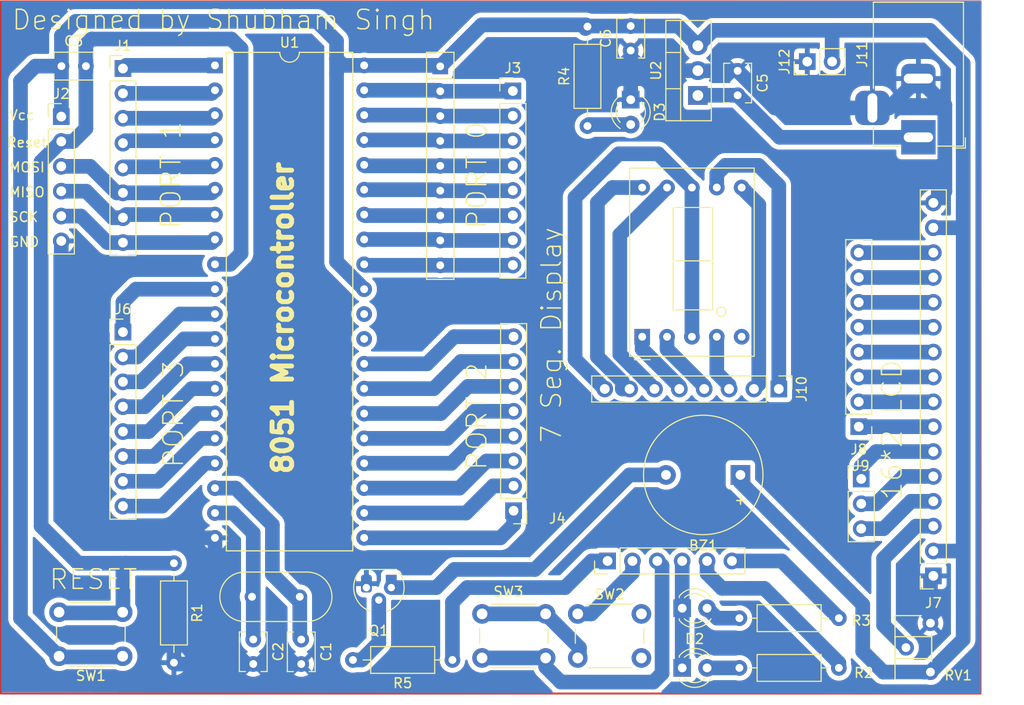
<source format=kicad_pcb>
(kicad_pcb (version 20221018) (generator pcbnew)
  (layers (0 "F.Cu" signal) (31 "B.Cu" signal) (34 "B.Paste" user) (35 "F.Paste" user) (36 "B.SilkS" user "B.Silkscreen") (37 "F.SilkS" user "F.Silkscreen") (38 "B.Mask" user) (39 "F.Mask" user) (44 "Edge.Cuts" user))
  (net 0 "")
  (net 1 "Net-(U1-X2)")
  (net 2 "GND")
  (net 3 "Net-(U1-X1)")
  (net 4 "+5V")
  (net 5 "Net-(J2-Pin_2)")
  (net 6 "Net-(J1-Pin_1)")
  (net 7 "Net-(J1-Pin_2)")
  (net 8 "Net-(J1-Pin_3)")
  (net 9 "Net-(J1-Pin_4)")
  (net 10 "Net-(J1-Pin_5)")
  (net 11 "Net-(J1-Pin_6)")
  (net 12 "Net-(J1-Pin_7)")
  (net 13 "Net-(J1-Pin_8)")
  (net 14 "Net-(J3-Pin_1)")
  (net 15 "Net-(J3-Pin_2)")
  (net 16 "Net-(J3-Pin_3)")
  (net 17 "Net-(J3-Pin_4)")
  (net 18 "Net-(J3-Pin_5)")
  (net 19 "Net-(J3-Pin_6)")
  (net 20 "Net-(J3-Pin_7)")
  (net 21 "Net-(J3-Pin_8)")
  (net 22 "Net-(J4-Pin_1)")
  (net 23 "Net-(J4-Pin_2)")
  (net 24 "Net-(J4-Pin_3)")
  (net 25 "Net-(J4-Pin_4)")
  (net 26 "Net-(J4-Pin_5)")
  (net 27 "Net-(J4-Pin_6)")
  (net 28 "Net-(J4-Pin_7)")
  (net 29 "Net-(J4-Pin_8)")
  (net 30 "Net-(J6-Pin_1)")
  (net 31 "Net-(J6-Pin_2)")
  (net 32 "Net-(J6-Pin_3)")
  (net 33 "Net-(J6-Pin_4)")
  (net 34 "Net-(J6-Pin_5)")
  (net 35 "Net-(J6-Pin_6)")
  (net 36 "Net-(J6-Pin_7)")
  (net 37 "Net-(J6-Pin_8)")
  (net 40 "Net-(U2-VI)")
  (net 41 "Net-(D1-K)")
  (net 42 "Net-(D1-A)")
  (net 43 "Net-(D2-A)")
  (net 44 "Net-(D3-A)")
  (net 45 "Net-(J5-Pin_1)")
  (net 46 "Net-(J5-Pin_2)")
  (net 47 "Net-(J5-Pin_3)")
  (net 48 "Net-(J5-Pin_5)")
  (net 49 "Net-(J5-Pin_6)")
  (net 50 "Net-(J7-Pin_3)")
  (net 51 "Net-(J7-Pin_4)")
  (net 52 "Net-(J7-Pin_5)")
  (net 53 "Net-(J7-Pin_6)")
  (net 54 "Net-(J7-Pin_7)")
  (net 55 "Net-(J7-Pin_8)")
  (net 56 "Net-(J7-Pin_9)")
  (net 57 "Net-(J7-Pin_10)")
  (net 58 "Net-(J7-Pin_11)")
  (net 59 "Net-(J7-Pin_12)")
  (net 60 "Net-(J7-Pin_13)")
  (net 61 "Net-(J7-Pin_14)")
  (net 62 "Net-(J10-Pin_1)")
  (net 63 "Net-(J10-Pin_2)")
  (net 64 "Net-(J10-Pin_3)")
  (net 65 "Net-(J10-Pin_4)")
  (net 66 "Net-(J10-Pin_5)")
  (net 67 "Net-(J10-Pin_6)")
  (net 68 "Net-(J10-Pin_7)")
  (net 69 "Net-(J10-Pin_8)")
  (net 71 "Net-(BZ1-+)")
  (net 73 "Net-(Q1-B)")
  (net 74 "Net-(SW2-A)")
  (footprint "Resistor_THT:R_Axial_DIN0207_L6.3mm_D2.5mm_P10.16mm_Horizontal" (layer "F.Cu") (at 47.1424 75.1586 -90)
    (fp_text reference "R1")
    (fp_text value "R_Small_US")
  )
  (footprint "Button_Switch_THT:SW_PUSH_6mm" (layer "F.Cu") (at 88.3932 80.336)
    (fp_text reference "SW2")
    (fp_text value "SW_MEC_5E")
  )
  (footprint "Connector_PinHeader_2.54mm:PinHeader_1x06_P2.54mm_Vertical" (layer "F.Cu") (at 91.44 74.93 90)
    (fp_text reference "J5" hide)
    (fp_text value "Conn_01x06_Pin")
  )
  (footprint "Connector_PinSocket_2.54mm:PinSocket_1x16_P2.54mm_Vertical" (layer "F.Cu") (at 124.714 76.454 180)
    (fp_text reference "J7")
    (fp_text value "Conn_01x16_Pin")
  )
  (footprint "Capacitor_THT:C_Disc_D3.8mm_W2.6mm_P2.50mm" (layer "F.Cu") (at 55.245 82.951 -90)
    (fp_text reference "C2")
    (fp_text value "C_Small")
  )
  (footprint "LED_THT:LED_D3.0mm_Clear" (layer "F.Cu") (at 99.06 79.756)
    (fp_text reference "D1" hide)
    (fp_text value "LED")
  )
  (footprint "Display_7Segment:D1X8K" (layer "F.Cu") (at 94.9732 52.0267 90)
    (fp_text reference "U4" hide)
    (fp_text value "D1X8K-14BL")
  )
  (footprint "Button_Switch_THT:SW_PUSH_6mm" (layer "F.Cu") (at 85.1154 84.836 180)
    (fp_text reference "SW3")
    (fp_text value "SW_MEC_5E")
  )
  (footprint "Connector_PinHeader_2.54mm:PinHeader_1x08_P2.54mm_Vertical" (layer "F.Cu") (at 81.7626 26.924)
    (fp_text reference "J3")
    (fp_text value "Conn_01x08_Pin")
  )
  (footprint "Resistor_THT:R_Axial_DIN0207_L6.3mm_D2.5mm_P10.16mm_Horizontal" (layer "F.Cu") (at 75.5904 85.0392 180)
    (fp_text reference "R5")
    (fp_text value "R_Small_US")
  )
  (footprint "Package_DIP:DIP-40_W15.24mm" (layer "F.Cu") (at 51.3334 24.3078)
    (fp_text reference "U1")
    (fp_text value "8051")
  )
  (footprint "Connector_PinHeader_2.54mm:PinHeader_1x08_P2.54mm_Vertical" (layer "F.Cu") (at 117.094 61.214 180)
    (fp_text reference "J8")
    (fp_text value "Conn_01x08_Pin")
  )
  (footprint "Connector_PinHeader_2.54mm:PinHeader_1x06_P2.54mm_Vertical" (layer "F.Cu") (at 35.6362 29.5402)
    (fp_text reference "J2")
    (fp_text value "Conn_01x06_Pin")
  )
  (footprint "Resistor_THT:R_Axial_DIN0207_L6.3mm_D2.5mm_P10.16mm_Horizontal" (layer "F.Cu") (at 115.062 85.852 180)
    (fp_text reference "R2")
    (fp_text value "R_Small_US")
  )
  (footprint "Resistor_THT:R_Axial_DIN0207_L6.3mm_D2.5mm_P10.16mm_Horizontal" (layer "F.Cu") (at 89.3826 30.5054 90)
    (fp_text reference "R4")
    (fp_text value "R_Small_US")
  )
  (footprint "Capacitor_THT:C_Disc_D3.8mm_W2.6mm_P2.50mm" (layer "F.Cu") (at 93.8022 22.7892 90)
    (fp_text reference "C6")
    (fp_text value "C_Small")
  )
  (footprint "LED_THT:LED_D3.0mm_Clear" (layer "F.Cu") (at 93.8022 27.813 -90)
    (fp_text reference "D3")
    (fp_text value "LED")
  )
  (footprint "LED_THT:LED_D3.0mm_Clear" (layer "F.Cu") (at 99.06 85.852)
    (fp_text reference "D2")
    (fp_text value "LED")
  )
  (footprint "Capacitor_THT:C_Disc_D3.8mm_W2.6mm_P2.50mm" (layer "F.Cu") (at 35.6508 24.384)
    (fp_text reference "C3")
    (fp_text value "C_Small")
  )
  (footprint "Connector_PinHeader_2.54mm:PinHeader_1x03_P2.54mm_Vertical" (layer "F.Cu") (at 117.348 66.548)
    (fp_text reference "J9")
    (fp_text value "Conn_01x03_Pin")
  )
  (footprint "Capacitor_THT:C_Disc_D3.8mm_W2.6mm_P2.50mm" (layer "F.Cu") (at 104.7242 24.8612 -90)
    (fp_text reference "C5")
    (fp_text value "C_Small")
  )
  (footprint "Potentiometer_THT:Potentiometer_ACP_CA6-H2,5_Horizontal" (layer "F.Cu") (at 124.42 86.28 180)
    (fp_text reference "RV1")
    (fp_text value "R_Potentiometer_Trim_US")
  )
  (footprint "Resistor_THT:R_Array_SIP9" (layer "F.Cu") (at 74.3458 24.4094 -90)
    (fp_text reference "RN1" hide)
    (fp_text value "R_Network08")
  )
  (footprint "Package_TO_SOT_THT:TO-92_HandSolder" (layer "F.Cu") (at 69.342 77.6478 180)
    (fp_text reference "Q1")
    (fp_text value "BC547")
  )
  (footprint "Connector_PinHeader_2.54mm:PinHeader_1x08_P2.54mm_Vertical" (layer "F.Cu") (at 41.9354 24.6276)
    (fp_text reference "J1")
    (fp_text value "Conn_01x08_Pin")
  )
  (footprint "Capacitor_THT:C_Disc_D3.8mm_W2.6mm_P2.50mm" (layer "F.Cu") (at 60.1472 82.9564 -90)
    (fp_text reference "C1")
    (fp_text value "C_Small")
  )
  (footprint "Package_TO_SOT_THT:TO-220-3_Vertical" (layer "F.Cu") (at 100.6602 27.3812 90)
    (fp_text reference "U2")
    (fp_text value "LM7805_TO220")
  )
  (footprint "Button_Switch_THT:SW_PUSH_6mm" (layer "F.Cu") (at 41.9076 84.6624 180)
    (fp_text reference "SW1")
    (fp_text value "SW_MEC_5E")
  )
  (footprint "Connector_PinHeader_2.54mm:PinHeader_1x08_P2.54mm_Vertical" (layer "F.Cu") (at 108.9282 57.3607 -90)
    (fp_text reference "J10")
    (fp_text value "Conn_01x08_Pin")
  )
  (footprint "Connector_PinHeader_2.54mm:PinHeader_1x02_P2.54mm_Vertical" (layer "F.Cu") (at 111.8362 23.9268 90)
    (fp_text reference "J12")
    (fp_text value "Conn_01x02_Pin")
  )
  (footprint "Resistor_THT:R_Axial_DIN0207_L6.3mm_D2.5mm_P10.16mm_Horizontal" (layer "F.Cu") (at 115.062 80.772 180)
    (fp_text reference "R3")
    (fp_text value "R_Small_US")
  )
  (footprint "Buzzer_Beeper:Buzzer_12x9.5RM7.6" (layer "F.Cu") (at 105.009 66.1416 180)
    (fp_text reference "BZ1")
    (fp_text value "Buzzer")
  )
  (footprint "Connector_PinHeader_2.54mm:PinHeader_1x08_P2.54mm_Vertical" (layer "F.Cu") (at 81.8388 69.7992 180)
    (fp_text reference "J4")
    (fp_text value "Conn_01x08_Pin")
  )
  (footprint "Connector_PinHeader_2.54mm:PinHeader_1x08_P2.54mm_Vertical" (layer "F.Cu") (at 41.9354 51.5516)
    (fp_text reference "J6")
    (fp_text value "Conn_01x08_Pin")
  )
  (footprint "Crystal:Crystal_HC49-4H_Vertical" (layer "F.Cu") (at 59.998 78.5876 180)
    (fp_text reference "Y1" hide)
    (fp_text value "Crystal")
  )
  (footprint "Connector_BarrelJack:BarrelJack_Horizontal" (layer "F.Cu") (at 123.19 31.654 -90)
    (fp_text reference "J11")
    (fp_text value "Barrel_Jack_Switch")
  )
  (gr_rect (start 29.4767 17.78) (end 129.5273 88.4682) (stroke (width 0.2)) (fill none) (layer "F.Cu"))
  (gr_text "Designed by Shubham Singh\n" (at 30.48 20.828) (layer "F.SilkS") (effects (font (size 2 2)) (justify left bottom)))
  (gr_text "PORT 1\n" (at 48.006 41.148 90) (layer "F.SilkS") (effects (font (size 2 2)) (justify left bottom)))
  (gr_text "MISO\n" (at 30.226 37.846) (layer "F.SilkS") (effects (font (size 1 1)) (justify left bottom)))
  (gr_text "Vcc\n" (at 30.226 29.972) (layer "F.SilkS") (effects (font (size 1 1)) (justify left bottom)))
  (gr_text "GND\n" (at 30.226 42.926) (layer "F.SilkS") (effects (font (size 1 1)) (justify left bottom)))
  (gr_text "Reset\n" (at 29.972 32.766) (layer "F.SilkS") (effects (font (size 1 1)) (justify left bottom)))
  (gr_text "PORT 0\n" (at 79.248 41.148 90) (layer "F.SilkS") (effects (font (size 2 2)) (justify left bottom)))
  (gr_text "RESET\n" (at 34.29 77.978) (layer "F.SilkS") (effects (font (size 2 2)) (justify left bottom)))
  (gr_text "MOSI\n" (at 30.226 35.306) (layer "F.SilkS") (effects (font (size 1 1)) (justify left bottom)))
  (gr_text "16*2 LCD" (at 121.666 68.834 90) (layer "F.SilkS") (effects (font (size 2 2)) (justify left bottom)))
  (gr_text "7 Seg. Display" (at 86.868 62.992 90) (layer "F.SilkS") (effects (font (size 2 2)) (justify left bottom)))
  (gr_text "PORT 2\n" (at 79.248 65.786 90) (layer "F.SilkS") (effects (font (size 2 2)) (justify left bottom)))
  (gr_text "8051 Microcontroller" (at 59.436 66.294 90) (layer "F.SilkS") (effects (font (size 2 2) (thickness 0.5) bold) (justify left bottom)))
  (gr_text "PORT 3\n" (at 48.26 65.532 90) (layer "F.SilkS") (effects (font (size 2 2)) (justify left bottom)))
  (gr_text "SCK\n" (at 30.226 40.386) (layer "F.SilkS") (effects (font (size 1 1)) (justify left bottom)))
  (segment (start 53.4416 67.4878) (end 51.3334 67.4878) (width 1.5) (layer "B.Cu") (net 1))
  (segment (start 59.998 82.8072) (end 60.1472 82.9564) (width 1.5) (layer "B.Cu") (net 1))
  (segment (start 59.998 78.5876) (end 59.998 82.8072) (width 1.5) (layer "B.Cu") (net 1))
  (segment (start 59.9556 79.0564) (end 57.2008 76.3016) (width 1.5) (layer "B.Cu") (net 1))
  (segment (start 57.2008 71.247) (end 53.4416 67.4878) (width 1.5) (layer "B.Cu") (net 1))
  (segment (start 57.2008 76.3016) (end 57.2008 71.247) (width 1.5) (layer "B.Cu") (net 1))
  (segment (start 47.2802 85.4564) (end 47.1424 85.3186) (width 1.5) (layer "B.Cu") (net 2))
  (segment (start 100.6602 24.8412) (end 93.8022 24.8412) (width 1.5) (layer "B.Cu") (net 2))
  (segment (start 123.19 25.654) (end 120.19 28.654) (width 1.5) (layer "B.Cu") (net 2))
  (segment (start 125.89 37.178) (end 125.89 28.354) (width 1.5) (layer "B.Cu") (net 2))
  (segment (start 47.1424 79.5528) (end 51.3334 75.3618) (width 1.5) (layer "B.Cu") (net 2))
  (segment (start 35.6362 42.2402) (end 35.6362 69.5452) (width 1.5) (layer "B.Cu") (net 2))
  (segment (start 38.6588 72.5678) (end 51.3334 72.5678) (width 1.5) (layer "B.Cu") (net 2))
  (segment (start 104.7242 24.8612) (end 100.6802 24.8612) (width 1.5) (layer "B.Cu") (net 2))
  (segment (start 47.1424 85.3186) (end 47.1424 79.5528) (width 1.5) (layer "B.Cu") (net 2))
  (segment (start 120.19 28.654) (end 108.517 28.654) (width 1.5) (layer "B.Cu") (net 2))
  (segment (start 124.42 76.748) (end 124.714 76.454) (width 1.5) (layer "B.Cu") (net 2))
  (segment (start 35.6362 69.5452) (end 38.6588 72.5678) (width 1.5) (layer "B.Cu") (net 2))
  (segment (start 47.1424 85.3186) (end 47.5234 85.3186) (width 1.5) (layer "B.Cu") (net 2))
  (segment (start 100.6802 24.8612) (end 100.6602 24.8412) (width 1.5) (layer "B.Cu") (net 2))
  (segment (start 125.89 28.354) (end 123.19 25.654) (width 1.5) (layer "B.Cu") (net 2))
  (segment (start 93.8022 24.8412) (end 93.8022 27.813) (width 1.5) (layer "B.Cu") (net 2))
  (segment (start 93.8022 22.7892) (end 93.8022 24.8412) (width 1.5) (layer "B.Cu") (net 2))
  (segment (start 118.422 28.722) (end 118.49 28.654) (width 1.5) (layer "B.Cu") (net 2))
  (segment (start 51.3334 75.3618) (end 51.3334 72.5678) (width 1.5) (layer "B.Cu") (net 2))
  (segment (start 108.517 28.654) (end 104.7242 24.8612) (width 1.5) (layer "B.Cu") (net 2))
  (segment (start 124.42 81.28) (end 124.42 76.748) (width 1.5) (layer "B.Cu") (net 2))
  (segment (start 60.1472 85.4564) (end 47.2802 85.4564) (width 1.5) (layer "B.Cu") (net 2))
  (segment (start 124.714 38.354) (end 125.89 37.178) (width 1.5) (layer "B.Cu") (net 2))
  (segment (start 53.1876 70.0278) (end 51.3334 70.0278) (width 1.5) (layer "B.Cu") (net 3))
  (segment (start 55.245 72.0852) (end 53.1876 70.0278) (width 1.5) (layer "B.Cu") (net 3))
  (segment (start 55.245 82.951) (end 55.245 72.0852) (width 1.5) (layer "B.Cu") (net 3))
  (segment (start 32.9946 24.384) (end 31.4706 25.908) (width 1.5) (layer "B.Cu") (net 4))
  (segment (start 35.6508 24.384) (end 35.6508 21.2706) (width 1.5) (layer "B.Cu") (net 4))
  (segment (start 114.3762 23.9268) (end 114.3762 20.828) (width 1.5) (layer "B.Cu") (net 4))
  (segment (start 64.4144 24.3078) (end 63.754 23.6474) (width 1.5) (layer "B.Cu") (net 4))
  (segment (start 37.1094 19.812) (end 61.7474 19.812) (width 1.5) (layer "B.Cu") (net 4))
  (segment (start 41.9354 84.7386) (end 35.4354 84.7386) (width 1.5) (layer "B.Cu") (net 4))
  (segment (start 124.3584 20.7264) (end 127.762 24.13) (width 1.5) (layer "B.Cu") (net 4))
  (segment (start 100.6602 22.3012) (end 102.235 20.7264) (width 1.5) (layer "B.Cu") (net 4))
  (segment (start 114.3762 20.828) (end 114.4778 20.7264) (width 1.5) (layer "B.Cu") (net 4))
  (segment (start 63.754 25.146) (end 63.754 44.3484) (width 1.5) (layer "B.Cu") (net 4))
  (segment (start 127.762 24.13) (end 127.762 40.894) (width 1.5) (layer "B.Cu") (net 4))
  (segment (start 105.009 66.1416) (end 105.009 66.8836) (width 1.5) (layer "B.Cu") (net 4))
  (segment (start 66.5734 24.3078) (end 74.2442 24.3078) (width 1.5) (layer "B.Cu") (net 4))
  (segment (start 117.5004 84.1756) (end 119.6048 86.28) (width 1.5) (layer "B.Cu") (net 4))
  (segment (start 124.714 73.914) (end 127.508 73.914) (width 1.5) (layer "B.Cu") (net 4))
  (segment (start 127.762 40.894) (end 127.762 73.66) (width 1.5) (layer "B.Cu") (net 4))
  (segment (start 105.009 66.8836) (end 117.5004 79.375) (width 1.5) (layer "B.Cu") (net 4))
  (segment (start 102.235 20.7264) (end 114.4778 20.7264) (width 1.5) (layer "B.Cu") (net 4))
  (segment (start 119.6048 86.28) (end 124.42 86.28) (width 1.5) (layer "B.Cu") (net 4))
  (segment (start 74.3458 24.4094) (end 78.5876 20.1676) (width 1.5) (layer "B.Cu") (net 4))
  (segment (start 35.6508 24.384) (end 35.6508 29.5256) (width 1.5) (layer "B.Cu") (net 4))
  (segment (start 93.8022 20.2892) (end 89.4388 20.2892) (width 1.5) (layer "B.Cu") (net 4))
  (segment (start 63.754 23.6474) (end 63.754 25.146) (width 1.5) (layer "B.Cu") (net 4))
  (segment (start 114.4778 20.7264) (end 124.3584 20.7264) (width 1.5) (layer "B.Cu") (net 4))
  (segment (start 127.508 73.914) (end 127.762 73.66) (width 1.5) (layer "B.Cu") (net 4))
  (segment (start 31.4706 80.7738) (end 35.4354 84.7386) (width 1.5) (layer "B.Cu") (net 4))
  (segment (start 89.1794 20.5486) (end 89.3826 20.3454) (width 1.5) (layer "B.Cu") (net 4))
  (segment (start 89.2048 20.1676) (end 89.3826 20.3454) (width 1.5) (layer "B.Cu") (net 4))
  (segment (start 35.6362 29.5402) (end 35.630615 29.5402) (width 1.5) (layer "B.Cu") (net 4))
  (segment (start 31.4706 25.908) (end 31.4706 80.7738) (width 1.5) (layer "B.Cu") (net 4))
  (segment (start 124.714 40.894) (end 127.762 40.894) (width 1.5) (layer "B.Cu") (net 4))
  (segment (start 98.6482 20.2892) (end 100.6602 22.3012) (width 1.5) (layer "B.Cu") (net 4))
  (segment (start 127.762 73.66) (end 127.762 82.938) (width 1.5) (layer "B.Cu") (net 4))
  (segment (start 61.7474 19.812) (end 63.754 21.8186) (width 1.5) (layer "B.Cu") (net 4))
  (segment (start 117.5004 79.375) (end 117.5004 84.1756) (width 1.5) (layer "B.Cu") (net 4))
  (segment (start 66.5734 24.3078) (end 64.4144 24.3078) (width 1.5) (layer "B.Cu") (net 4))
  (segment (start 35.6508 29.5256) (end 35.6362 29.5402) (width 1.5) (layer "B.Cu") (net 4))
  (segment (start 127.762 82.938) (end 124.42 86.28) (width 1.5) (layer "B.Cu") (net 4))
  (segment (start 35.6508 21.2706) (end 37.1094 19.812) (width 1.5) (layer "B.Cu") (net 4))
  (segment (start 63.754 44.3484) (end 66.5734 47.1678) (width 1.5) (layer "B.Cu") (net 4))
  (segment (start 78.5876 20.1676) (end 89.2048 20.1676) (width 1.5) (layer "B.Cu") (net 4))
  (segment (start 63.754 21.8186) (end 63.754 23.6474) (width 1.5) (layer "B.Cu") (net 4))
  (segment (start 89.4388 20.2892) (end 89.3826 20.3454) (width 1.5) (layer "B.Cu") (net 4))
  (segment (start 35.6508 24.384) (end 32.9946 24.384) (width 1.5) (layer "B.Cu") (net 4))
  (segment (start 100.6602 22.3012) (end 101.1682 21.7932) (width 1.5) (layer "B.Cu") (net 4))
  (segment (start 93.8022 20.2892) (end 98.6482 20.2892) (width 1.5) (layer "B.Cu") (net 4))
  (segment (start 41.9354 80.2386) (end 41.9354 75.438) (width 1.5) (layer "B.Cu") (net 5))
  (segment (start 38.735 21.6154) (end 53.0098 21.6154) (width 1.5) (layer "B.Cu") (net 5))
  (segment (start 52.8828 44.6278) (end 51.3334 44.6278) (width 1.5) (layer "B.Cu") (net 5))
  (segment (start 54.0004 43.5102) (end 52.8828 44.6278) (width 1.5) (layer "B.Cu") (net 5))
  (segment (start 38.1508 22.1996) (end 38.735 21.6154) (width 1.5) (layer "B.Cu") (net 5))
  (segment (start 35.630615 32.0802) (end 33.5788 34.132015) (width 1.5) (layer "B.Cu") (net 5))
  (segment (start 38.1508 24.384) (end 38.1508 22.1996) (width 1.5) (layer "B.Cu") (net 5))
  (segment (start 37.3634 75.1586) (end 42.2148 75.1586) (width 1.5) (layer "B.Cu") (net 5))
  (segment (start 53.0098 21.6154) (end 54.0004 22.606) (width 1.5) (layer "B.Cu") (net 5))
  (segment (start 36.838281 32.0802) (end 38.1508 30.767681) (width 1.5) (layer "B.Cu") (net 5))
  (segment (start 35.6362 32.0802) (end 35.630615 32.0802) (width 1.5) (layer "B.Cu") (net 5))
  (segment (start 41.9354 75.438) (end 42.2148 75.1586) (width 1.5) (layer "B.Cu") (net 5))
  (segment (start 42.2148 75.1586) (end 47.1424 75.1586) (width 1.5) (layer "B.Cu") (net 5))
  (segment (start 33.5788 71.374) (end 37.3634 75.1586) (width 1.5) (layer "B.Cu") (net 5))
  (segment (start 35.4354 80.2386) (end 41.9354 80.2386) (width 1.5) (layer "B.Cu") (net 5))
  (segment (start 33.5788 34.132015) (end 33.5788 71.374) (width 1.5) (layer "B.Cu") (net 5))
  (segment (start 38.1508 30.767681) (end 38.1508 24.384) (width 1.5) (layer "B.Cu") (net 5))
  (segment (start 54.0004 22.606) (end 54.0004 43.5102) (width 1.5) (layer "B.Cu") (net 5))
  (segment (start 35.6362 32.0802) (end 36.838281 32.0802) (width 1.5) (layer "B.Cu") (net 5))
  (segment (start 42.2552 24.3078) (end 41.9354 24.6276) (width 1.5) (layer "B.Cu") (net 6))
  (segment (start 51.3334 24.3078) (end 42.2552 24.3078) (width 1.5) (layer "B.Cu") (net 6))
  (segment (start 51.0136 27.1676) (end 51.3334 26.8478) (width 1.5) (layer "B.Cu") (net 7))
  (segment (start 41.9354 27.1676) (end 51.0136 27.1676) (width 1.5) (layer "B.Cu") (net 7))
  (segment (start 51.0136 29.7076) (end 51.3334 29.3878) (width 1.5) (layer "B.Cu") (net 8))
  (segment (start 41.9354 29.7076) (end 51.0136 29.7076) (width 1.5) (layer "B.Cu") (net 8))
  (segment (start 51.2572 32.004) (end 42.179 32.004) (width 1.5) (layer "B.Cu") (net 9))
  (segment (start 51.3334 31.9278) (end 51.2572 32.004) (width 1.5) (layer "B.Cu") (net 9))
  (segment (start 42.179 32.004) (end 41.9354 32.2476) (width 1.5) (layer "B.Cu") (net 9))
  (segment (start 51.3334 34.4678) (end 51.1302 34.671) (width 1.5) (layer "B.Cu") (net 10))
  (segment (start 42.052 34.671) (end 41.9354 34.7876) (width 1.5) (layer "B.Cu") (net 10))
  (segment (start 51.1302 34.671) (end 42.052 34.671) (width 1.5) (layer "B.Cu") (net 10))
  (segment (start 35.6362 34.6202) (end 38.5826 34.6202) (width 1.5) (layer "B.Cu") (net 11))
  (segment (start 41.9354 37.3276) (end 51.0136 37.3276) (width 1.5) (layer "B.Cu") (net 11))
  (segment (start 38.5826 34.6202) (end 41.29 37.3276) (width 1.5) (layer "B.Cu") (net 11))
  (segment (start 51.0136 37.3276) (end 51.3334 37.0078) (width 1.5) (layer "B.Cu") (net 11))
  (segment (start 41.29 37.3276) (end 41.9354 37.3276) (width 1.5) (layer "B.Cu") (net 11))
  (segment (start 40.8836 39.8676) (end 41.9354 39.8676) (width 1.5) (layer "B.Cu") (net 12))
  (segment (start 51.3334 39.5478) (end 42.2552 39.5478) (width 1.5) (layer "B.Cu") (net 12))
  (segment (start 42.2552 39.5478) (end 41.9354 39.8676) (width 1.5) (layer "B.Cu") (net 12))
  (segment (start 38.1762 37.1602) (end 40.8836 39.8676) (width 1.5) (layer "B.Cu") (net 12))
  (segment (start 35.6362 37.1602) (end 38.1762 37.1602) (width 1.5) (layer "B.Cu") (net 12))
  (segment (start 40.3502 42.4076) (end 41.9354 42.4076) (width 1.5) (layer "B.Cu") (net 13))
  (segment (start 35.6362 39.7002) (end 37.6428 39.7002) (width 1.5) (layer "B.Cu") (net 13))
  (segment (start 41.9354 42.4076) (end 51.0136 42.4076) (width 1.5) (layer "B.Cu") (net 13))
  (segment (start 51.0136 42.4076) (end 51.3334 42.0878) (width 1.5) (layer "B.Cu") (net 13))
  (segment (start 37.6428 39.7002) (end 40.3502 42.4076) (width 1.5) (layer "B.Cu") (net 13))
  (segment (start 81.7372 26.9494) (end 81.7626 26.924) (width 1.5) (layer "B.Cu") (net 14))
  (segment (start 66.5734 26.8478) (end 74.2442 26.8478) (width 1.5) (layer "B.Cu") (net 14))
  (segment (start 74.3458 26.9494) (end 81.7372 26.9494) (width 1.5) (layer "B.Cu") (net 14))
  (segment (start 66.5734 29.3878) (end 74.2442 29.3878) (width 1.5) (layer "B.Cu") (net 15))
  (segment (start 81.7372 29.4894) (end 81.7626 29.464) (width 1.5) (layer "B.Cu") (net 15))
  (segment (start 74.3458 29.4894) (end 81.7372 29.4894) (width 1.5) (layer "B.Cu") (net 15))
  (segment (start 74.3458 32.0294) (end 81.7372 32.0294) (width 1.5) (layer "B.Cu") (net 16))
  (segment (start 66.5734 31.9278) (end 74.2442 31.9278) (width 1.5) (layer "B.Cu") (net 16))
  (segment (start 81.7372 32.0294) (end 81.7626 32.004) (width 1.5) (layer "B.Cu") (net 16))
  (segment (start 74.3458 34.5694) (end 81.7372 34.5694) (width 1.5) (layer "B.Cu") (net 17))
  (segment (start 81.7372 34.5694) (end 81.7626 34.544) (width 1.5) (layer "B.Cu") (net 17))
  (segment (start 66.675 34.5694) (end 66.5734 34.4678) (width 1.5) (layer "B.Cu") (net 17))
  (segment (start 74.3458 34.5694) (end 66.675 34.5694) (width 1.5) (layer "B.Cu") (net 17))
  (segment (start 74.3458 37.1094) (end 81.7372 37.1094) (width 1.5) (layer "B.Cu") (net 18))
  (segment (start 66.5734 37.0078) (end 74.2442 37.0078) (width 1.5) (layer "B.Cu") (net 18))
  (segment (start 81.7372 37.1094) (end 81.7626 37.084) (width 1.5) (layer "B.Cu") (net 18))
  (segment (start 74.3458 39.6494) (end 81.7372 39.6494) (width 1.5) (layer "B.Cu") (net 19))
  (segment (start 66.675 39.6494) (end 66.5734 39.5478) (width 1.5) (layer "B.Cu") (net 19))
  (segment (start 74.3458 39.6494) (end 66.675 39.6494) (width 1.5) (layer "B.Cu") (net 19))
  (segment (start 81.7372 39.6494) (end 81.7626 39.624) (width 1.5) (layer "B.Cu") (net 19))
  (segment (start 81.7372 42.1894) (end 81.7626 42.164) (width 1.5) (layer "B.Cu") (net 20))
  (segment (start 66.5734 42.0878) (end 74.2442 42.0878) (width 1.5) (layer "B.Cu") (net 20))
  (segment (start 74.3458 42.1894) (end 81.7372 42.1894) (width 1.5) (layer "B.Cu") (net 20))
  (segment (start 74.3458 44.7294) (end 81.7372 44.7294) (width 1.5) (layer "B.Cu") (net 21))
  (segment (start 81.7372 44.7294) (end 81.7626 44.704) (width 1.5) (layer "B.Cu") (net 21))
  (segment (start 66.675 44.7294) (end 66.5734 44.6278) (width 1.5) (layer "B.Cu") (net 21))
  (segment (start 74.3458 44.7294) (end 66.675 44.7294) (width 1.5) (layer "B.Cu") (net 21))
  (segment (start 81.8388 69.7992) (end 81.8388 71.2216) (width 1.5) (layer "B.Cu") (net 22))
  (segment (start 81.8388 71.2216) (end 80.4926 72.5678) (width 1.5) (layer "B.Cu") (net 22))
  (segment (start 80.4926 72.5678) (end 66.5734 72.5678) (width 1.5) (layer "B.Cu") (net 22))
  (segment (start 66.5988 72.5932) (end 66.5734 72.5678) (width 1.5) (layer "B.Cu") (net 22))
  (segment (start 81.8388 67.2592) (end 79.756 67.2592) (width 1.5) (layer "B.Cu") (net 23))
  (segment (start 79.756 67.2592) (end 76.9874 70.0278) (width 1.5) (layer "B.Cu") (net 23))
  (segment (start 76.9874 70.0278) (end 66.5734 70.0278) (width 1.5) (layer "B.Cu") (net 23))
  (segment (start 79.0702 64.7192) (end 76.3016 67.4878) (width 1.5) (layer "B.Cu") (net 24))
  (segment (start 76.3016 67.4878) (end 66.5734 67.4878) (width 1.5) (layer "B.Cu") (net 24))
  (segment (start 81.8388 64.7192) (end 79.0702 64.7192) (width 1.5) (layer "B.Cu") (net 24))
  (segment (start 66.5988 67.5132) (end 66.5734 67.4878) (width 1.5) (layer "B.Cu") (net 24))
  (segment (start 81.8388 62.1792) (end 78.2574 62.1792) (width 1.5) (layer "B.Cu") (net 25))
  (segment (start 75.4888 64.9478) (end 66.5734 64.9478) (width 1.5) (layer "B.Cu") (net 25))
  (segment (start 78.2574 62.1792) (end 75.4888 64.9478) (width 1.5) (layer "B.Cu") (net 25))
  (segment (start 77.851 59.6392) (end 75.0824 62.4078) (width 1.5) (layer "B.Cu") (net 26))
  (segment (start 66.5988 62.4332) (end 66.5734 62.4078) (width 1.5) (layer "B.Cu") (net 26))
  (segment (start 81.8388 59.6392) (end 77.851 59.6392) (width 1.5) (layer "B.Cu") (net 26))
  (segment (start 75.0824 62.4078) (end 66.5734 62.4078) (width 1.5) (layer "B.Cu") (net 26))
  (segment (start 77.1652 57.0992) (end 74.3966 59.8678) (width 1.5) (layer "B.Cu") (net 27))
  (segment (start 74.3966 59.8678) (end 66.5734 59.8678) (width 1.5) (layer "B.Cu") (net 27))
  (segment (start 81.8388 57.0992) (end 77.1652 57.0992) (width 1.5) (layer "B.Cu") (net 27))
  (segment (start 66.5988 57.3532) (end 66.5734 57.3278) (width 1.5) (layer "B.Cu") (net 28))
  (segment (start 81.8388 54.5592) (end 76.454 54.5592) (width 1.5) (layer "B.Cu") (net 28))
  (segment (start 73.6854 57.3278) (end 66.5734 57.3278) (width 1.5) (layer "B.Cu") (net 28))
  (segment (start 76.454 54.5592) (end 73.6854 57.3278) (width 1.5) (layer "B.Cu") (net 28))
  (segment (start 75.7682 52.0192) (end 81.8388 52.0192) (width 1.5) (layer "B.Cu") (net 29))
  (segment (start 72.9996 54.7878) (end 75.7682 52.0192) (width 1.5) (layer "B.Cu") (net 29))
  (segment (start 66.5734 54.7878) (end 72.9996 54.7878) (width 1.5) (layer "B.Cu") (net 29))
  (segment (start 41.9354 51.5516) (end 41.9354 48.4886) (width 1.5) (layer "B.Cu") (net 30))
  (segment (start 41.9354 48.4886) (end 43.2562 47.1678) (width 1.5) (layer "B.Cu") (net 30))
  (segment (start 43.2562 47.1678) (end 51.3334 47.1678) (width 1.5) (layer "B.Cu") (net 30))
  (segment (start 47.752 49.7078) (end 43.3682 54.0916) (width 1.5) (layer "B.Cu") (net 31))
  (segment (start 51.3334 49.7078) (end 47.752 49.7078) (width 1.5) (layer "B.Cu") (net 31))
  (segment (start 43.3682 54.0916) (end 41.9354 54.0916) (width 1.5) (layer "B.Cu") (net 31))
  (segment (start 48.174964 52.2478) (end 51.3334 52.2478) (width 1.5) (layer "B.Cu") (net 32))
  (segment (start 43.791164 56.6316) (end 48.174964 52.2478) (width 1.5) (layer "B.Cu") (net 32))
  (segment (start 41.9354 56.6316) (end 43.791164 56.6316) (width 1.5) (layer "B.Cu") (net 32))
  (segment (start 51.3334 54.7878) (end 48.5394 54.7878) (width 1.5) (layer "B.Cu") (net 33))
  (segment (start 44.1556 59.1716) (end 41.9354 59.1716) (width 1.5) (layer "B.Cu") (net 33))
  (segment (start 48.5394 54.7878) (end 44.1556 59.1716) (width 1.5) (layer "B.Cu") (net 33))
  (segment (start 48.9458 57.3278) (end 51.3334 57.3278) (width 1.5) (layer "B.Cu") (net 34))
  (segment (start 44.562 61.7116) (end 48.9458 57.3278) (width 1.5) (layer "B.Cu") (net 34))
  (segment (start 41.9354 61.7116) (end 44.562 61.7116) (width 1.5) (layer "B.Cu") (net 34))
  (segment (start 51.3334 59.8678) (end 49.5046 59.8678) (width 1.5) (layer "B.Cu") (net 35))
  (segment (start 45.1208 64.2516) (end 41.9354 64.2516) (width 1.5) (layer "B.Cu") (net 35))
  (segment (start 49.5046 59.8678) (end 45.1208 64.2516) (width 1.5) (layer "B.Cu") (net 35))
  (segment (start 49.911 62.4078) (end 51.3334 62.4078) (width 1.5) (layer "B.Cu") (net 36))
  (segment (start 41.9354 66.7916) (end 45.5272 66.7916) (width 1.5) (layer "B.Cu") (net 36))
  (segment (start 45.5272 66.7916) (end 49.911 62.4078) (width 1.5) (layer "B.Cu") (net 36))
  (segment (start 45.9336 69.3316) (end 41.9354 69.3316) (width 1.5) (layer "B.Cu") (net 37))
  (segment (start 51.3334 64.9478) (end 50.3174 64.9478) (width 1.5) (layer "B.Cu") (net 37))
  (segment (start 50.3174 64.9478) (end 45.9336 69.3316) (width 1.5) (layer "B.Cu") (net 37))
  (segment (start 100.6802 27.3612) (end 100.6602 27.3812) (width 1.5) (layer "B.Cu") (net 40))
  (segment (start 109.017 31.654) (end 104.7242 27.3612) (width 1.5) (layer "B.Cu") (net 40))
  (segment (start 123.19 31.654) (end 109.017 31.654) (width 1.5) (layer "B.Cu") (net 40))
  (segment (start 104.7242 27.3612) (end 100.6802 27.3612) (width 1.5) (layer "B.Cu") (net 40))
  (segment (start 99.06 74.93) (end 99.06 79.756) (width 1.5) (layer "B.Cu") (net 41))
  (segment (start 99.06 85.852) (end 99.06 79.756) (width 1.5) (layer "B.Cu") (net 41))
  (segment (start 104.902 80.772) (end 102.616 80.772) (width 1.5) (layer "B.Cu") (net 42))
  (segment (start 102.616 80.772) (end 101.6 79.756) (width 1.5) (layer "B.Cu") (net 42))
  (segment (start 104.902 85.852) (end 101.6 85.852) (width 1.5) (layer "B.Cu") (net 43))
  (segment (start 93.8022 30.353) (end 89.535 30.353) (width 1.5) (layer "B.Cu") (net 44))
  (segment (start 89.535 30.353) (end 89.3826 30.5054) (width 1.5) (layer "B.Cu") (net 44))
  (segment (start 91.44 74.93) (end 89.8144 74.93) (width 1.5) (layer "B.Cu") (net 45))
  (segment (start 89.8144 74.93) (end 87.0966 77.6478) (width 1.5) (layer "B.Cu") (net 45))
  (segment (start 87.0966 77.6478) (end 77.089 77.6478) (width 1.5) (layer "B.Cu") (net 45))
  (segment (start 75.5904 79.1464) (end 75.5904 85.0392) (width 1.5) (layer "B.Cu") (net 45))
  (segment (start 77.089 77.6478) (end 75.5904 79.1464) (width 1.5) (layer "B.Cu") (net 45))
  (segment (start 93.98 74.93) (end 93.98 76.132081) (width 1.5) (layer "B.Cu") (net 46))
  (segment (start 89.776081 80.336) (end 88.5698 80.336) (width 1.5) (layer "B.Cu") (net 46))
  (segment (start 93.98 76.132081) (end 89.776081 80.336) (width 1.5) (layer "B.Cu") (net 46))
  (segment (start 96.52 74.93) (end 97.0026 75.4126) (width 1.5) (layer "B.Cu") (net 47))
  (segment (start 96.1136 87.2998) (end 86.6648 87.2998) (width 1.5) (layer "B.Cu") (net 47))
  (segment (start 78.6154 84.836) (end 85.1154 84.836) (width 1.5) (layer "B.Cu") (net 47))
  (segment (start 97.0026 75.4126) (end 97.0026 86.4108) (width 1.5) (layer "B.Cu") (net 47))
  (segment (start 97.0026 86.4108) (end 96.1136 87.2998) (width 1.5) (layer "B.Cu") (net 47))
  (segment (start 86.6648 87.2998) (end 85.1154 85.7504) (width 1.5) (layer "B.Cu") (net 47))
  (segment (start 85.1154 85.7504) (end 85.1154 84.836) (width 1.5) (layer "B.Cu") (net 47))
  (segment (start 115.062 85.344) (end 107.442 77.724) (width 1.5) (layer "B.Cu") (net 48))
  (segment (start 115.062 85.852) (end 115.062 85.344) (width 1.5) (layer "B.Cu") (net 48))
  (segment (start 107.442 77.724) (end 103.124 77.724) (width 1.5) (layer "B.Cu") (net 48))
  (segment (start 101.6 76.2) (end 101.6 74.93) (width 1.5) (layer "B.Cu") (net 48))
  (segment (start 103.124 77.724) (end 101.6 76.2) (width 1.5) (layer "B.Cu") (net 48))
  (segment (start 104.14 74.93) (end 109.22 74.93) (width 1.5) (layer "B.Cu") (net 49))
  (segment (start 109.22 74.93) (end 115.062 80.772) (width 1.5) (layer "B.Cu") (net 49))
  (segment (start 119.634 81.494) (end 119.634 74.676) (width 1.5) (layer "B.Cu") (net 50))
  (segment (start 122.936 71.374) (end 124.714 71.374) (width 1.5) (layer "B.Cu") (net 50))
  (segment (start 119.634 74.676) (end 122.936 71.374) (width 1.5) (layer "B.Cu") (net 50))
  (segment (start 121.92 83.78) (end 119.634 81.494) (width 1.5) (layer "B.Cu") (net 50))
  (segment (start 119.634 71.628) (end 122.428 68.834) (width 1.5) (layer "B.Cu") (net 51))
  (segment (start 117.348 71.628) (end 119.634 71.628) (width 1.5) (layer "B.Cu") (net 51))
  (segment (start 122.428 68.834) (end 124.714 68.834) (width 1.5) (layer "B.Cu") (net 51))
  (segment (start 121.666 66.294) (end 124.714 66.294) (width 1.5) (layer "B.Cu") (net 52))
  (segment (start 117.348 69.088) (end 118.872 69.088) (width 1.5) (layer "B.Cu") (net 52))
  (segment (start 118.872 69.088) (end 121.666 66.294) (width 1.5) (layer "B.Cu") (net 52))
  (segment (start 117.348 65.278) (end 118.872 63.754) (width 1.5) (layer "B.Cu") (net 53))
  (segment (start 117.348 66.548) (end 117.348 65.278) (width 1.5) (layer "B.Cu") (net 53))
  (segment (start 118.872 63.754) (end 124.714 63.754) (width 1.5) (layer "B.Cu") (net 53))
  (segment (start 117.094 61.214) (end 124.714 61.214) (width 1.5) (layer "B.Cu") (net 54))
  (segment (start 117.094 58.674) (end 124.714 58.674) (width 1.5) (layer "B.Cu") (net 55))
  (segment (start 117.094 56.134) (end 124.714 56.134) (width 1.5) (layer "B.Cu") (net 56))
  (segment (start 117.094 53.594) (end 124.714 53.594) (width 1.5) (layer "B.Cu") (net 57))
  (segment (start 117.094 51.054) (end 124.714 51.054) (width 1.5) (layer "B.Cu") (net 58))
  (segment (start 117.094 48.514) (end 124.714 48.514) (width 1.5) (layer "B.Cu") (net 59))
  (segment (start 117.094 45.974) (end 124.714 45.974) (width 1.5) (layer "B.Cu") (net 60))
  (segment (start 117.094 43.434) (end 124.714 43.434) (width 1.5) (layer "B.Cu") (net 61))
  (segment (start 102.5932 36.7867) (end 102.5932 35.405) (width 1.5) (layer "B.Cu") (net 62))
  (segment (start 106.8578 34.5186) (end 108.9282 36.589) (width 1.5) (layer "B.Cu") (net 62))
  (segment (start 102.5932 35.405) (end 103.4796 34.5186) (width 1.5) (layer "B.Cu") (net 62))
  (segment (start 103.4796 34.5186) (end 106.8578 34.5186) (width 1.5) (layer "B.Cu") (net 62))
  (segment (start 108.9282 36.589) (end 108.9282 57.3607) (width 1.5) (layer "B.Cu") (net 62))
  (segment (start 106.8832 56.8657) (end 106.3882 57.3607) (width 1.5) (layer "B.Cu") (net 63))
  (segment (start 105.1332 36.7867) (end 106.8832 38.5367) (width 1.5) (layer "B.Cu") (net 63))
  (segment (start 106.8832 38.5367) (end 106.8832 56.8657) (width 1.5) (layer "B.Cu") (net 63))
  (segment (start 102.5932 55.718536) (end 103.8482 56.973536) (width 1.5) (layer "B.Cu") (net 64))
  (segment (start 102.5932 52.0267) (end 102.5932 55.718536) (width 1.5) (layer "B.Cu") (net 64))
  (segment (start 103.8482 56.973536) (end 103.8482 57.3607) (width 1.5) (layer "B.Cu") (net 64))
  (segment (start 97.5132 53.2967) (end 101.3082 57.0917) (width 1.5) (layer "B.Cu") (net 65))
  (segment (start 101.3082 57.0917) (end 101.3082 57.3607) (width 1.5) (layer "B.Cu") (net 65))
  (segment (start 97.5132 52.0267) (end 97.5132 53.2967) (width 1.5) (layer "B.Cu") (net 65))
  (segment (start 94.9732 53.2967) (end 94.9732 52.0267) (width 1.5) (layer "B.Cu") (net 66))
  (segment (start 98.7682 57.3607) (end 98.7682 57.0917) (width 1.5) (layer "B.Cu") (net 66))
  (segment (start 98.7682 57.0917) (end 94.9732 53.2967) (width 1.5) (layer "B.Cu") (net 66))
  (segment (start 92.6872 41.6127) (end 92.6872 53.814115) (width 1.5) (layer "B.Cu") (net 67))
  (segment (start 96.2282 57.355115) (end 96.2282 57.3607) (width 1.5) (layer "B.Cu") (net 67))
  (segment (start 97.5132 36.7867) (end 92.6872 41.6127) (width 1.5) (layer "B.Cu") (net 67))
  (segment (start 92.6872 53.814115) (end 96.2282 57.355115) (width 1.5) (layer "B.Cu") (net 67))
  (segment (start 92.9482 56.615115) (end 92.9482 57.3607) (width 1.5) (layer "B.Cu") (net 68))
  (segment (start 90.4012 38.3107) (end 90.4012 54.068115) (width 1.5) (layer "B.Cu") (net 68))
  (segment (start 90.4012 54.068115) (end 92.9482 56.615115) (width 1.5) (layer "B.Cu") (net 68))
  (segment (start 94.9732 36.7867) (end 91.9252 36.7867) (width 1.5) (layer "B.Cu") (net 68))
  (segment (start 91.9252 36.7867) (end 90.4012 38.3107) (width 1.5) (layer "B.Cu") (net 68))
  (segment (start 92.9482 57.3607) (end 93.6882 57.3607) (width 1.5) (layer "B.Cu") (net 68))
  (segment (start 88.1152 37.8027) (end 88.1152 54.3277) (width 1.5) (layer "B.Cu") (net 69))
  (segment (start 100.0532 36.7867) (end 100.0532 52.0267) (width 1.5) (layer "B.Cu") (net 69))
  (segment (start 88.1152 54.3277) (end 91.1482 57.3607) (width 1.5) (layer "B.Cu") (net 69))
  (segment (start 92.5812 33.3367) (end 88.1152 37.8027) (width 1.5) (layer "B.Cu") (net 69))
  (segment (start 100.0532 36.7867) (end 96.6032 33.3367) (width 1.5) (layer "B.Cu") (net 69))
  (segment (start 96.6032 33.3367) (end 92.5812 33.3367) (width 1.5) (layer "B.Cu") (net 69))
  (segment (start 69.342 77.6478) (end 73.9394 77.6478) (width 1.5) (layer "B.Cu") (net 71))
  (segment (start 73.9394 77.6478) (end 75.7936 75.7936) (width 1.5) (layer "B.Cu") (net 71))
  (segment (start 84.0232 75.7936) (end 93.6752 66.1416) (width 1.5) (layer "B.Cu") (net 71))
  (segment (start 75.7936 75.7936) (end 84.0232 75.7936) (width 1.5) (layer "B.Cu") (net 71))
  (segment (start 93.6752 66.1416) (end 97.409 66.1416) (width 1.5) (layer "B.Cu") (net 71))
  (segment (start 66.3194 85.0392) (end 65.4304 85.0392) (width 1.5) (layer "B.Cu") (net 73))
  (segment (start 68.072 83.2866) (end 66.3194 85.0392) (width 1.5) (layer "B.Cu") (net 73))
  (segment (start 68.072 78.9178) (end 68.072 83.2866) (width 1.5) (layer "B.Cu") (net 73))
  (segment (start 88.5698 84.836) (end 88.5698 83.7904) (width 1.5) (layer "B.Cu") (net 74))
  (segment (start 88.5698 83.7904) (end 85.1154 80.336) (width 1.5) (layer "B.Cu") (net 74))
  (segment (start 85.1154 80.336) (end 78.6154 80.336) (width 1.5) (layer "B.Cu") (net 74))
  (zone (net 2) (net_name "GND") (layer "B.Cu") (connect_pads (clearance 0.5)) (min_thickness 0.25) (fill yes (thermal_gap 0.5) (thermal_bridge_width 0.5))
    (polygon (pts (xy 29.5148 17.78) (xy 29.4894 88.3412) (xy 129.54 88.4682) (xy 129.5908 17.7038) (xy 29.4894 17.78)))
  )
)
</source>
